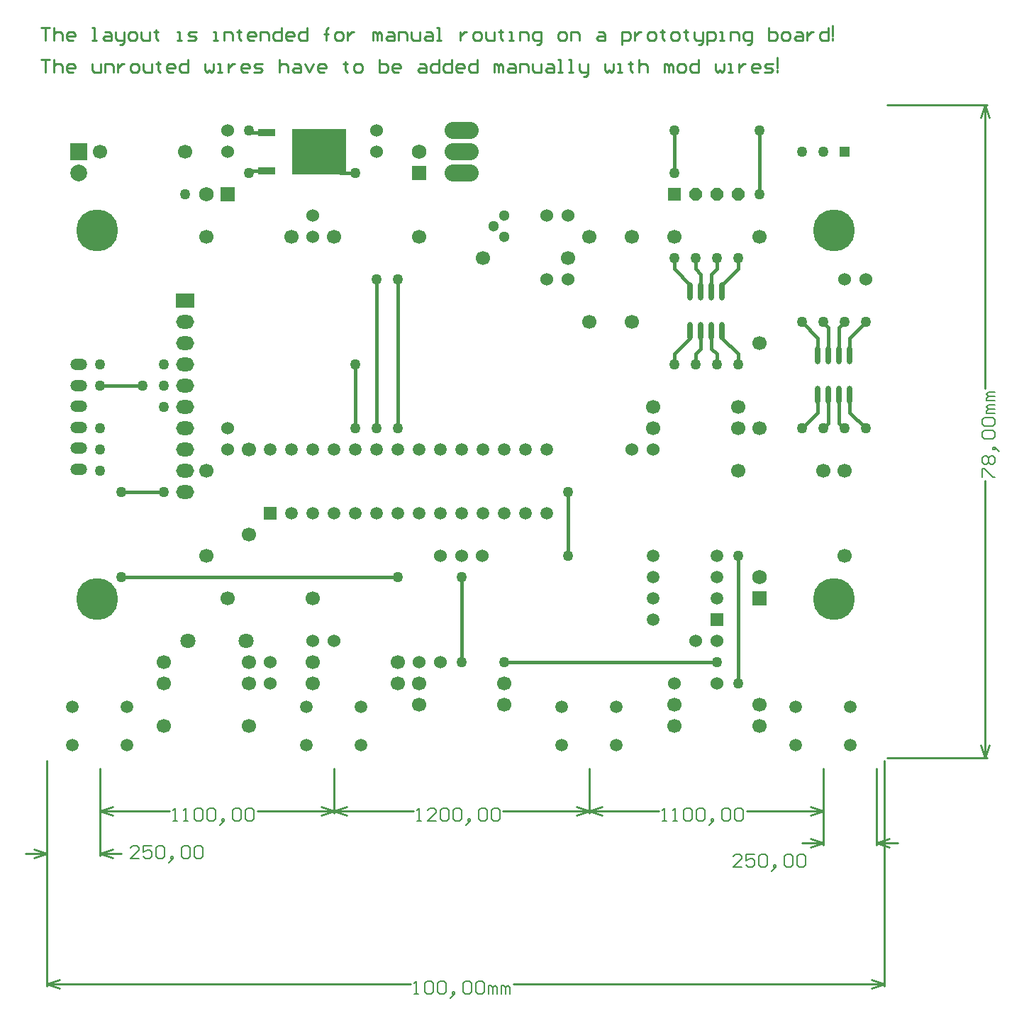
<source format=gtl>
G04 Layer_Physical_Order=1*
G04 Layer_Color=25308*
%FSLAX25Y25*%
%MOIN*%
G70*
G01*
G75*
%ADD10R,0.25590X0.21654*%
%ADD11R,0.08268X0.03740*%
%ADD12O,0.02362X0.08661*%
%ADD13C,0.01500*%
%ADD14C,0.01000*%
%ADD15C,0.00600*%
%ADD16R,0.07874X0.07874*%
%ADD17C,0.07874*%
%ADD18R,0.05906X0.05906*%
%ADD19C,0.05906*%
%ADD20C,0.06890*%
%ADD21R,0.06890X0.06890*%
%ADD22C,0.19685*%
%ADD23O,0.07874X0.05315*%
%ADD24O,0.08500X0.06500*%
%ADD25R,0.08500X0.06500*%
%ADD26C,0.06000*%
%ADD27C,0.06693*%
%ADD28C,0.07087*%
%ADD29R,0.05906X0.05906*%
%ADD30R,0.06890X0.06890*%
%ADD31O,0.16000X0.08000*%
%ADD32C,0.05118*%
%ADD33C,0.05000*%
%ADD34R,0.05000X0.05000*%
%ADD35R,0.06000X0.06000*%
%ADD36P,0.06494X8X22.5*%
D10*
X621772Y778701D02*
D03*
D11*
X596969Y769724D02*
D03*
X596969Y787677D02*
D03*
D12*
X796201Y694252D02*
D03*
X801201Y694252D02*
D03*
X806201Y694252D02*
D03*
X811201Y694252D02*
D03*
X796201Y713150D02*
D03*
X801201Y713150D02*
D03*
X806201Y713150D02*
D03*
X811201Y713150D02*
D03*
X856201Y664252D02*
D03*
X861201Y664252D02*
D03*
X866201Y664252D02*
D03*
X871201Y664252D02*
D03*
X856201Y683150D02*
D03*
X861201Y683150D02*
D03*
X866201Y683150D02*
D03*
X871201Y683150D02*
D03*
D13*
X638701Y648701D02*
X638701Y678701D01*
X848701Y648701D02*
X856201Y656201D01*
X856201Y664252D01*
X858701Y648701D02*
X861201Y651201D01*
X861201Y664252D01*
X866201Y651201D02*
X868701Y648701D01*
X866201Y651201D02*
X866201Y664252D01*
X871201Y656201D02*
X878701Y648701D01*
X871201Y656201D02*
X871201Y664252D01*
X848701Y698701D02*
X856201Y691201D01*
X856201Y683150D02*
X856201Y691201D01*
X858701Y698701D02*
X861201Y696201D01*
X861201Y683150D02*
X861201Y696201D01*
X866201Y696201D02*
X868701Y698701D01*
X866201Y683150D02*
X866201Y696201D01*
X871201Y691201D02*
X878701Y698701D01*
X871201Y683150D02*
X871201Y691201D01*
X818701Y723701D02*
X818701Y728701D01*
X811201Y716201D02*
X818701Y723701D01*
X808701Y723701D02*
X808701Y728701D01*
X806201Y721201D02*
X808701Y723701D01*
X798701Y723701D02*
X798701Y728701D01*
X798701Y723701D02*
X801201Y721201D01*
X788701Y723701D02*
X788701Y728701D01*
X788701Y723701D02*
X796201Y716201D01*
X818701Y678701D02*
X818701Y683701D01*
X811201Y691201D02*
X818701Y683701D01*
X808701Y678701D02*
X808701Y683701D01*
X806201Y686201D02*
X808701Y683701D01*
X798701Y678701D02*
X798701Y683701D01*
X801201Y686201D01*
X788701Y678701D02*
X788701Y683701D01*
X796201Y691201D01*
X796201Y694252D01*
X801201Y686201D02*
X801201Y694252D01*
X806201Y686201D02*
X806201Y694252D01*
X811201Y691201D02*
X811201Y694252D01*
X796201Y713150D02*
X796201Y716201D01*
X801201Y713150D02*
X801201Y721201D01*
X806201Y713150D02*
X806201Y721201D01*
X811201Y713150D02*
X811201Y716201D01*
X589724Y787677D02*
X596969Y787677D01*
X588701Y788701D02*
X589724Y787677D01*
X589724Y769724D02*
X596969Y769724D01*
X588701Y768701D02*
X589724Y769724D01*
X631772Y768701D02*
X638701Y768701D01*
X621772Y778701D02*
X631772Y768701D01*
X788701Y768701D02*
X788701Y788701D01*
X828701Y758701D02*
X828701Y788701D01*
X738701Y588701D02*
X738701Y618701D01*
X648701Y648701D02*
X648701Y718701D01*
X708701Y538701D02*
X808701Y538701D01*
X688701Y538701D02*
X688701Y578701D01*
X818701Y528701D02*
X818701Y588701D01*
X528701Y578701D02*
X658701Y578701D01*
X658701Y648701D02*
X658701Y718701D01*
X528701Y618701D02*
X548701Y618701D01*
X518701Y668701D02*
X538701Y668701D01*
D14*
X491201Y837199D02*
X495199Y837199D01*
X493200Y837199D01*
X493200Y831201D01*
X497199Y837199D02*
X497199Y831201D01*
X497199Y834200D01*
X498199Y835200D01*
X500198Y835200D01*
X501198Y834200D01*
X501198Y831201D01*
X506196Y831201D02*
X504197Y831201D01*
X503197Y832201D01*
X503197Y834200D01*
X504197Y835200D01*
X506196Y835200D01*
X507196Y834200D01*
X507196Y833200D01*
X503197Y833200D01*
X515193Y831201D02*
X517192Y831201D01*
X516193Y831201D01*
X516193Y837199D01*
X515193Y837199D01*
X521191Y835200D02*
X523190Y835200D01*
X524190Y834200D01*
X524190Y831201D01*
X521191Y831201D01*
X520191Y832201D01*
X521191Y833200D01*
X524190Y833200D01*
X526190Y835200D02*
X526190Y832201D01*
X527189Y831201D01*
X530188Y831201D01*
X530188Y830201D01*
X529188Y829201D01*
X528189Y829201D01*
X530188Y831201D02*
X530188Y835200D01*
X533187Y831201D02*
X535187Y831201D01*
X536186Y832201D01*
X536186Y834200D01*
X535187Y835200D01*
X533187Y835200D01*
X532188Y834200D01*
X532188Y832201D01*
X533187Y831201D01*
X538186Y835200D02*
X538186Y832201D01*
X539185Y831201D01*
X542184Y831201D01*
X542184Y835200D01*
X545183Y836199D02*
X545183Y835200D01*
X544184Y835200D01*
X546183Y835200D01*
X545183Y835200D01*
X545183Y832201D01*
X546183Y831201D01*
X555180Y831201D02*
X557179Y831201D01*
X556180Y831201D01*
X556180Y835200D01*
X555180Y835200D01*
X560179Y831201D02*
X563177Y831201D01*
X564177Y832201D01*
X563177Y833200D01*
X561178Y833200D01*
X560179Y834200D01*
X561178Y835200D01*
X564177Y835200D01*
X572175Y831201D02*
X574174Y831201D01*
X573174Y831201D01*
X573174Y835200D01*
X572175Y835200D01*
X577173Y831201D02*
X577173Y835200D01*
X580172Y835200D01*
X581172Y834200D01*
X581172Y831201D01*
X584171Y836199D02*
X584171Y835200D01*
X583171Y835200D01*
X585170Y835200D01*
X584171Y835200D01*
X584171Y832201D01*
X585170Y831201D01*
X591168Y831201D02*
X589169Y831201D01*
X588169Y832201D01*
X588169Y834200D01*
X589169Y835200D01*
X591168Y835200D01*
X592168Y834200D01*
X592168Y833200D01*
X588169Y833200D01*
X594168Y831201D02*
X594168Y835200D01*
X597166Y835200D01*
X598166Y834200D01*
X598166Y831201D01*
X604164Y837199D02*
X604164Y831201D01*
X601165Y831201D01*
X600166Y832201D01*
X600166Y834200D01*
X601165Y835200D01*
X604164Y835200D01*
X609163Y831201D02*
X607163Y831201D01*
X606164Y832201D01*
X606164Y834200D01*
X607163Y835200D01*
X609163Y835200D01*
X610162Y834200D01*
X610162Y833200D01*
X606164Y833200D01*
X616160Y837199D02*
X616160Y831201D01*
X613161Y831201D01*
X612162Y832201D01*
X612162Y834200D01*
X613161Y835200D01*
X616160Y835200D01*
X625157Y831201D02*
X625157Y836199D01*
X625157Y834200D01*
X624158Y834200D01*
X626157Y834200D01*
X625157Y834200D01*
X625157Y836199D01*
X626157Y837199D01*
X630156Y831201D02*
X632155Y831201D01*
X633155Y832201D01*
X633155Y834200D01*
X632155Y835200D01*
X630156Y835200D01*
X629156Y834200D01*
X629156Y832201D01*
X630156Y831201D01*
X635154Y835200D02*
X635154Y831201D01*
X635154Y833200D01*
X636154Y834200D01*
X637154Y835200D01*
X638153Y835200D01*
X647150Y831201D02*
X647150Y835200D01*
X648150Y835200D01*
X649150Y834200D01*
X649150Y831201D01*
X649150Y834200D01*
X650149Y835200D01*
X651149Y834200D01*
X651149Y831201D01*
X654148Y835200D02*
X656147Y835200D01*
X657147Y834200D01*
X657147Y831201D01*
X654148Y831201D01*
X653148Y832201D01*
X654148Y833200D01*
X657147Y833200D01*
X659146Y831201D02*
X659146Y835200D01*
X662146Y835200D01*
X663145Y834200D01*
X663145Y831201D01*
X665144Y835200D02*
X665144Y832201D01*
X666144Y831201D01*
X669143Y831201D01*
X669143Y835200D01*
X672142Y835200D02*
X674142Y835200D01*
X675141Y834200D01*
X675141Y831201D01*
X672142Y831201D01*
X671143Y832201D01*
X672142Y833200D01*
X675141Y833200D01*
X677141Y831201D02*
X679140Y831201D01*
X678140Y831201D01*
X678140Y837199D01*
X677141Y837199D01*
X688137Y835200D02*
X688137Y831201D01*
X688137Y833200D01*
X689137Y834200D01*
X690136Y835200D01*
X691136Y835200D01*
X695135Y831201D02*
X697134Y831201D01*
X698134Y832201D01*
X698134Y834200D01*
X697134Y835200D01*
X695135Y835200D01*
X694135Y834200D01*
X694135Y832201D01*
X695135Y831201D01*
X700133Y835200D02*
X700133Y832201D01*
X701133Y831201D01*
X704132Y831201D01*
X704132Y835200D01*
X707131Y836199D02*
X707131Y835200D01*
X706131Y835200D01*
X708131Y835200D01*
X707131Y835200D01*
X707131Y832201D01*
X708131Y831201D01*
X711130Y831201D02*
X713129Y831201D01*
X712129Y831201D01*
X712129Y835200D01*
X711130Y835200D01*
X716128Y831201D02*
X716128Y835200D01*
X719127Y835200D01*
X720127Y834200D01*
X720127Y831201D01*
X724125Y829201D02*
X725125Y829201D01*
X726125Y830201D01*
X726125Y835200D01*
X723126Y835200D01*
X722126Y834200D01*
X722126Y832201D01*
X723126Y831201D01*
X726125Y831201D01*
X735122Y831201D02*
X737121Y831201D01*
X738121Y832201D01*
X738121Y834200D01*
X737121Y835200D01*
X735122Y835200D01*
X734122Y834200D01*
X734122Y832201D01*
X735122Y831201D01*
X740120Y831201D02*
X740120Y835200D01*
X743119Y835200D01*
X744119Y834200D01*
X744119Y831201D01*
X753116Y835200D02*
X755115Y835200D01*
X756115Y834200D01*
X756115Y831201D01*
X753116Y831201D01*
X752116Y832201D01*
X753116Y833200D01*
X756115Y833200D01*
X764113Y829201D02*
X764113Y835200D01*
X767111Y835200D01*
X768111Y834200D01*
X768111Y832201D01*
X767111Y831201D01*
X764113Y831201D01*
X770111Y835200D02*
X770111Y831201D01*
X770111Y833200D01*
X771110Y834200D01*
X772110Y835200D01*
X773110Y835200D01*
X777108Y831201D02*
X779108Y831201D01*
X780107Y832201D01*
X780107Y834200D01*
X779108Y835200D01*
X777108Y835200D01*
X776109Y834200D01*
X776109Y832201D01*
X777108Y831201D01*
X783106Y836199D02*
X783106Y835200D01*
X782107Y835200D01*
X784106Y835200D01*
X783106Y835200D01*
X783106Y832201D01*
X784106Y831201D01*
X788105Y831201D02*
X790104Y831201D01*
X791104Y832201D01*
X791104Y834200D01*
X790104Y835200D01*
X788105Y835200D01*
X787105Y834200D01*
X787105Y832201D01*
X788105Y831201D01*
X794103Y836199D02*
X794103Y835200D01*
X793103Y835200D01*
X795103Y835200D01*
X794103Y835200D01*
X794103Y832201D01*
X795103Y831201D01*
X798102Y835200D02*
X798102Y832201D01*
X799101Y831201D01*
X802100Y831201D01*
X802100Y830201D01*
X801101Y829201D01*
X800101Y829201D01*
X802100Y831201D02*
X802100Y835200D01*
X804099Y829201D02*
X804099Y835200D01*
X807099Y835200D01*
X808098Y834200D01*
X808098Y832201D01*
X807099Y831201D01*
X804099Y831201D01*
X810098Y831201D02*
X812097Y831201D01*
X811097Y831201D01*
X811097Y835200D01*
X810098Y835200D01*
X815096Y831201D02*
X815096Y835200D01*
X818095Y835200D01*
X819095Y834200D01*
X819095Y831201D01*
X823093Y829201D02*
X824093Y829201D01*
X825093Y830201D01*
X825093Y835200D01*
X822094Y835200D01*
X821094Y834200D01*
X821094Y832201D01*
X822094Y831201D01*
X825093Y831201D01*
X833090Y837199D02*
X833090Y831201D01*
X836089Y831201D01*
X837089Y832201D01*
X837089Y833200D01*
X837089Y834200D01*
X836089Y835200D01*
X833090Y835200D01*
X840088Y831201D02*
X842087Y831201D01*
X843087Y832201D01*
X843087Y834200D01*
X842087Y835200D01*
X840088Y835200D01*
X839088Y834200D01*
X839088Y832201D01*
X840088Y831201D01*
X846086Y835200D02*
X848085Y835200D01*
X849085Y834200D01*
X849085Y831201D01*
X846086Y831201D01*
X845086Y832201D01*
X846086Y833200D01*
X849085Y833200D01*
X851084Y835200D02*
X851084Y831201D01*
X851084Y833200D01*
X852084Y834200D01*
X853084Y835200D01*
X854083Y835200D01*
X861081Y837199D02*
X861081Y831201D01*
X858082Y831201D01*
X857082Y832201D01*
X857082Y834200D01*
X858082Y835200D01*
X861081Y835200D01*
X863081Y833200D02*
X863081Y838198D01*
X863081Y832201D02*
X863081Y831201D01*
X491201Y822199D02*
X495199Y822199D01*
X493200Y822199D01*
X493200Y816201D01*
X497199Y822199D02*
X497199Y816201D01*
X497199Y819200D01*
X498199Y820199D01*
X500198Y820199D01*
X501198Y819200D01*
X501198Y816201D01*
X506196Y816201D02*
X504197Y816201D01*
X503197Y817200D01*
X503197Y819200D01*
X504197Y820199D01*
X506196Y820199D01*
X507196Y819200D01*
X507196Y818200D01*
X503197Y818200D01*
X515193Y820199D02*
X515193Y817200D01*
X516193Y816201D01*
X519192Y816201D01*
X519192Y820199D01*
X521191Y816201D02*
X521191Y820199D01*
X524190Y820199D01*
X525190Y819200D01*
X525190Y816201D01*
X527189Y820199D02*
X527189Y816201D01*
X527189Y818200D01*
X528189Y819200D01*
X529188Y820199D01*
X530188Y820199D01*
X534187Y816201D02*
X536186Y816201D01*
X537186Y817200D01*
X537186Y819200D01*
X536186Y820199D01*
X534187Y820199D01*
X533187Y819200D01*
X533187Y817200D01*
X534187Y816201D01*
X539185Y820199D02*
X539185Y817200D01*
X540185Y816201D01*
X543184Y816201D01*
X543184Y820199D01*
X546183Y821199D02*
X546183Y820199D01*
X545183Y820199D01*
X547183Y820199D01*
X546183Y820199D01*
X546183Y817200D01*
X547183Y816201D01*
X553181Y816201D02*
X551181Y816201D01*
X550182Y817200D01*
X550182Y819200D01*
X551181Y820199D01*
X553181Y820199D01*
X554180Y819200D01*
X554180Y818200D01*
X550182Y818200D01*
X560179Y822199D02*
X560179Y816201D01*
X557179Y816201D01*
X556180Y817200D01*
X556180Y819200D01*
X557179Y820199D01*
X560179Y820199D01*
X568176Y820199D02*
X568176Y817200D01*
X569176Y816201D01*
X570175Y817200D01*
X571175Y816201D01*
X572175Y817200D01*
X572175Y820199D01*
X574174Y816201D02*
X576173Y816201D01*
X575174Y816201D01*
X575174Y820199D01*
X574174Y820199D01*
X579172Y820199D02*
X579172Y816201D01*
X579172Y818200D01*
X580172Y819200D01*
X581172Y820199D01*
X582171Y820199D01*
X588169Y816201D02*
X586170Y816201D01*
X585170Y817200D01*
X585170Y819200D01*
X586170Y820199D01*
X588169Y820199D01*
X589169Y819200D01*
X589169Y818200D01*
X585170Y818200D01*
X591168Y816201D02*
X594168Y816201D01*
X595167Y817200D01*
X594168Y818200D01*
X592168Y818200D01*
X591168Y819200D01*
X592168Y820199D01*
X595167Y820199D01*
X603165Y822199D02*
X603165Y816201D01*
X603165Y819200D01*
X604164Y820199D01*
X606164Y820199D01*
X607163Y819200D01*
X607163Y816201D01*
X610162Y820199D02*
X612162Y820199D01*
X613161Y819200D01*
X613161Y816201D01*
X610162Y816201D01*
X609163Y817200D01*
X610162Y818200D01*
X613161Y818200D01*
X615161Y820199D02*
X617160Y816201D01*
X619159Y820199D01*
X624158Y816201D02*
X622158Y816201D01*
X621159Y817200D01*
X621159Y819200D01*
X622158Y820199D01*
X624158Y820199D01*
X625157Y819200D01*
X625157Y818200D01*
X621159Y818200D01*
X634155Y821199D02*
X634155Y820199D01*
X633155Y820199D01*
X635154Y820199D01*
X634155Y820199D01*
X634155Y817200D01*
X635154Y816201D01*
X639153Y816201D02*
X641152Y816201D01*
X642152Y817200D01*
X642152Y819200D01*
X641152Y820199D01*
X639153Y820199D01*
X638153Y819200D01*
X638153Y817200D01*
X639153Y816201D01*
X650149Y822199D02*
X650149Y816201D01*
X653148Y816201D01*
X654148Y817200D01*
X654148Y818200D01*
X654148Y819200D01*
X653148Y820199D01*
X650149Y820199D01*
X659146Y816201D02*
X657147Y816201D01*
X656147Y817200D01*
X656147Y819200D01*
X657147Y820199D01*
X659146Y820199D01*
X660146Y819200D01*
X660146Y818200D01*
X656147Y818200D01*
X669143Y820199D02*
X671143Y820199D01*
X672142Y819200D01*
X672142Y816201D01*
X669143Y816201D01*
X668144Y817200D01*
X669143Y818200D01*
X672142Y818200D01*
X678140Y822199D02*
X678140Y816201D01*
X675141Y816201D01*
X674142Y817200D01*
X674142Y819200D01*
X675141Y820199D01*
X678140Y820199D01*
X684138Y822199D02*
X684138Y816201D01*
X681139Y816201D01*
X680140Y817200D01*
X680140Y819200D01*
X681139Y820199D01*
X684138Y820199D01*
X689137Y816201D02*
X687137Y816201D01*
X686138Y817200D01*
X686138Y819200D01*
X687137Y820199D01*
X689137Y820199D01*
X690136Y819200D01*
X690136Y818200D01*
X686138Y818200D01*
X696135Y822199D02*
X696135Y816201D01*
X693135Y816201D01*
X692136Y817200D01*
X692136Y819200D01*
X693135Y820199D01*
X696135Y820199D01*
X704132Y816201D02*
X704132Y820199D01*
X705132Y820199D01*
X706131Y819200D01*
X706131Y816201D01*
X706131Y819200D01*
X707131Y820199D01*
X708131Y819200D01*
X708131Y816201D01*
X711130Y820199D02*
X713129Y820199D01*
X714129Y819200D01*
X714129Y816201D01*
X711130Y816201D01*
X710130Y817200D01*
X711130Y818200D01*
X714129Y818200D01*
X716128Y816201D02*
X716128Y820199D01*
X719127Y820199D01*
X720127Y819200D01*
X720127Y816201D01*
X722126Y820199D02*
X722126Y817200D01*
X723126Y816201D01*
X726125Y816201D01*
X726125Y820199D01*
X729124Y820199D02*
X731123Y820199D01*
X732123Y819200D01*
X732123Y816201D01*
X729124Y816201D01*
X728124Y817200D01*
X729124Y818200D01*
X732123Y818200D01*
X734122Y816201D02*
X736122Y816201D01*
X735122Y816201D01*
X735122Y822199D01*
X734122Y822199D01*
X739121Y816201D02*
X741120Y816201D01*
X740120Y816201D01*
X740120Y822199D01*
X739121Y822199D01*
X744119Y820199D02*
X744119Y817200D01*
X745119Y816201D01*
X748118Y816201D01*
X748118Y815201D01*
X747118Y814201D01*
X746118Y814201D01*
X748118Y816201D02*
X748118Y820199D01*
X756115Y820199D02*
X756115Y817200D01*
X757115Y816201D01*
X758114Y817200D01*
X759114Y816201D01*
X760114Y817200D01*
X760114Y820199D01*
X762113Y816201D02*
X764113Y816201D01*
X763113Y816201D01*
X763113Y820199D01*
X762113Y820199D01*
X768111Y821199D02*
X768111Y820199D01*
X767111Y820199D01*
X769111Y820199D01*
X768111Y820199D01*
X768111Y817200D01*
X769111Y816201D01*
X772110Y822199D02*
X772110Y816201D01*
X772110Y819200D01*
X773110Y820199D01*
X775109Y820199D01*
X776109Y819200D01*
X776109Y816201D01*
X784106Y816201D02*
X784106Y820199D01*
X785106Y820199D01*
X786105Y819200D01*
X786105Y816201D01*
X786105Y819200D01*
X787105Y820199D01*
X788105Y819200D01*
X788105Y816201D01*
X791104Y816201D02*
X793103Y816201D01*
X794103Y817200D01*
X794103Y819200D01*
X793103Y820199D01*
X791104Y820199D01*
X790104Y819200D01*
X790104Y817200D01*
X791104Y816201D01*
X800101Y822199D02*
X800101Y816201D01*
X797102Y816201D01*
X796102Y817200D01*
X796102Y819200D01*
X797102Y820199D01*
X800101Y820199D01*
X808098Y820199D02*
X808098Y817200D01*
X809098Y816201D01*
X810098Y817200D01*
X811097Y816201D01*
X812097Y817200D01*
X812097Y820199D01*
X814096Y816201D02*
X816096Y816201D01*
X815096Y816201D01*
X815096Y820199D01*
X814096Y820199D01*
X819095Y820199D02*
X819095Y816201D01*
X819095Y818200D01*
X820094Y819200D01*
X821094Y820199D01*
X822094Y820199D01*
X828092Y816201D02*
X826092Y816201D01*
X825093Y817200D01*
X825093Y819200D01*
X826092Y820199D01*
X828092Y820199D01*
X829091Y819200D01*
X829091Y818200D01*
X825093Y818200D01*
X831091Y816201D02*
X834090Y816201D01*
X835089Y817200D01*
X834090Y818200D01*
X832090Y818200D01*
X831091Y819200D01*
X832090Y820199D01*
X835089Y820199D01*
X837089Y818200D02*
X837089Y823199D01*
X837089Y817200D02*
X837089Y816201D01*
X628701Y467701D02*
X628701Y488701D01*
X518701Y467701D02*
X518701Y488701D01*
X592695Y468701D02*
X628701Y468701D01*
X518701Y468701D02*
X551507Y468701D01*
X622701Y470701D02*
X628701Y468701D01*
X622701Y466701D02*
X628701Y468701D01*
X518701Y468701D02*
X524701Y466701D01*
X518701Y468701D02*
X524701Y470701D01*
X748701Y467701D02*
X748701Y488701D01*
X628701Y467701D02*
X628701Y488701D01*
X708194Y468701D02*
X748701Y468701D01*
X628701Y468701D02*
X666007Y468701D01*
X742701Y470701D02*
X748701Y468701D01*
X742701Y466701D02*
X748701Y468701D01*
X628701Y468701D02*
X634701Y466701D01*
X628701Y468701D02*
X634701Y470701D01*
X858701Y467701D02*
X858701Y488701D01*
X748701Y467701D02*
X748701Y488701D01*
X822695Y468701D02*
X858701Y468701D01*
X748701Y468701D02*
X781507Y468701D01*
X852701Y470701D02*
X858701Y468701D01*
X852701Y466701D02*
X858701Y468701D01*
X748701Y468701D02*
X754701Y466701D01*
X748701Y468701D02*
X754701Y470701D01*
X518701Y447701D02*
X518701Y488701D01*
X493701Y447701D02*
X493701Y488701D01*
X483701Y448701D02*
X493701Y448701D01*
X518701Y448701D02*
X528701Y448701D01*
X487701Y450701D02*
X493701Y448701D01*
X487701Y446701D02*
X493701Y448701D01*
X518701Y448701D02*
X524701Y446701D01*
X518701Y448701D02*
X524701Y450701D01*
X858701Y452701D02*
X858701Y488701D01*
X883701Y452701D02*
X883701Y488701D01*
X883701Y453701D02*
X893701Y453701D01*
X848701Y453701D02*
X858701Y453701D01*
X883701Y453701D02*
X889701Y451701D01*
X883701Y453701D02*
X889701Y455701D01*
X852701Y455701D02*
X858701Y453701D01*
X852701Y451701D02*
X858701Y453701D01*
X887402Y386402D02*
X887402Y492307D01*
X493701Y386402D02*
X493701Y492307D01*
X713044Y387402D02*
X887402Y387402D01*
X493701Y387402D02*
X664858Y387402D01*
X881402Y389402D02*
X887402Y387402D01*
X881402Y385402D02*
X887402Y387402D01*
X493701Y387402D02*
X499701Y385402D01*
X493701Y387402D02*
X499701Y389402D01*
X888795Y800787D02*
X935646Y800787D01*
X888795Y493701D02*
X935646Y493701D01*
X934646Y667238D02*
X934646Y800787D01*
X934646Y493701D02*
X934646Y624051D01*
X932646Y794787D02*
X934646Y800787D01*
X936646Y794787D01*
X934646Y493701D02*
X936646Y499701D01*
X932646Y499701D02*
X934646Y493701D01*
D15*
X553107Y464102D02*
X555106Y464102D01*
X554107Y464102D01*
X554107Y470100D01*
X553107Y469101D01*
X558105Y464102D02*
X560105Y464102D01*
X559105Y464102D01*
X559105Y470100D01*
X558105Y469101D01*
X563104Y469101D02*
X564103Y470100D01*
X566103Y470100D01*
X567102Y469101D01*
X567102Y465102D01*
X566103Y464102D01*
X564103Y464102D01*
X563104Y465102D01*
X563104Y469101D01*
X569102Y469101D02*
X570101Y470100D01*
X572101Y470100D01*
X573101Y469101D01*
X573101Y465102D01*
X572101Y464102D01*
X570101Y464102D01*
X569102Y465102D01*
X569102Y469101D01*
X576099Y463102D02*
X577099Y464102D01*
X577099Y465102D01*
X576099Y465102D01*
X576099Y464102D01*
X577099Y464102D01*
X576099Y463102D01*
X575100Y462103D01*
X581098Y469101D02*
X582097Y470100D01*
X584097Y470100D01*
X585097Y469101D01*
X585097Y465102D01*
X584097Y464102D01*
X582097Y464102D01*
X581098Y465102D01*
X581098Y469101D01*
X587096Y469101D02*
X588096Y470100D01*
X590095Y470100D01*
X591095Y469101D01*
X591095Y465102D01*
X590095Y464102D01*
X588096Y464102D01*
X587096Y465102D01*
X587096Y469101D01*
X667607Y464102D02*
X669606Y464102D01*
X668607Y464102D01*
X668607Y470100D01*
X667607Y469101D01*
X676604Y464102D02*
X672606Y464102D01*
X676604Y468101D01*
X676604Y469101D01*
X675604Y470100D01*
X673605Y470100D01*
X672606Y469101D01*
X678604Y469101D02*
X679603Y470100D01*
X681603Y470100D01*
X682602Y469101D01*
X682602Y465102D01*
X681603Y464102D01*
X679603Y464102D01*
X678604Y465102D01*
X678604Y469101D01*
X684602Y469101D02*
X685601Y470100D01*
X687601Y470100D01*
X688600Y469101D01*
X688600Y465102D01*
X687601Y464102D01*
X685601Y464102D01*
X684602Y465102D01*
X684602Y469101D01*
X691599Y463102D02*
X692599Y464102D01*
X692599Y465102D01*
X691599Y465102D01*
X691599Y464102D01*
X692599Y464102D01*
X691599Y463102D01*
X690600Y462103D01*
X696598Y469101D02*
X697597Y470100D01*
X699597Y470100D01*
X700596Y469101D01*
X700596Y465102D01*
X699597Y464102D01*
X697597Y464102D01*
X696598Y465102D01*
X696598Y469101D01*
X702596Y469101D02*
X703595Y470100D01*
X705595Y470100D01*
X706595Y469101D01*
X706595Y465102D01*
X705595Y464102D01*
X703595Y464102D01*
X702596Y465102D01*
X702596Y469101D01*
X783107Y464102D02*
X785106Y464102D01*
X784107Y464102D01*
X784107Y470100D01*
X783107Y469101D01*
X788105Y464102D02*
X790105Y464102D01*
X789105Y464102D01*
X789105Y470100D01*
X788105Y469101D01*
X793104Y469101D02*
X794103Y470100D01*
X796103Y470100D01*
X797102Y469101D01*
X797102Y465102D01*
X796103Y464102D01*
X794103Y464102D01*
X793104Y465102D01*
X793104Y469101D01*
X799102Y469101D02*
X800101Y470100D01*
X802101Y470100D01*
X803100Y469101D01*
X803100Y465102D01*
X802101Y464102D01*
X800101Y464102D01*
X799102Y465102D01*
X799102Y469101D01*
X806100Y463102D02*
X807099Y464102D01*
X807099Y465102D01*
X806100Y465102D01*
X806100Y464102D01*
X807099Y464102D01*
X806100Y463102D01*
X805100Y462103D01*
X811098Y469101D02*
X812097Y470100D01*
X814097Y470100D01*
X815097Y469101D01*
X815097Y465102D01*
X814097Y464102D01*
X812097Y464102D01*
X811098Y465102D01*
X811098Y469101D01*
X817096Y469101D02*
X818096Y470100D01*
X820095Y470100D01*
X821095Y469101D01*
X821095Y465102D01*
X820095Y464102D01*
X818096Y464102D01*
X817096Y465102D01*
X817096Y469101D01*
X537070Y446457D02*
X533071Y446457D01*
X537070Y450455D01*
X537070Y451455D01*
X536070Y452455D01*
X534071Y452455D01*
X533071Y451455D01*
X543068Y452455D02*
X539069Y452455D01*
X539069Y449456D01*
X541068Y450455D01*
X542068Y450455D01*
X543068Y449456D01*
X543068Y447456D01*
X542068Y446457D01*
X540069Y446457D01*
X539069Y447456D01*
X545067Y451455D02*
X546067Y452455D01*
X548066Y452455D01*
X549066Y451455D01*
X549066Y447456D01*
X548066Y446457D01*
X546067Y446457D01*
X545067Y447456D01*
X545067Y451455D01*
X552065Y445457D02*
X553064Y446457D01*
X553064Y447456D01*
X552065Y447456D01*
X552065Y446457D01*
X553064Y446457D01*
X552065Y445457D01*
X551065Y444457D01*
X557063Y451455D02*
X558063Y452455D01*
X560062Y452455D01*
X561062Y451455D01*
X561062Y447456D01*
X560062Y446457D01*
X558063Y446457D01*
X557063Y447456D01*
X557063Y451455D01*
X563061Y451455D02*
X564061Y452455D01*
X566060Y452455D01*
X567060Y451455D01*
X567060Y447456D01*
X566060Y446457D01*
X564061Y446457D01*
X563061Y447456D01*
X563061Y451455D01*
X820534Y442520D02*
X816535Y442520D01*
X820534Y446518D01*
X820534Y447518D01*
X819534Y448518D01*
X817535Y448518D01*
X816535Y447518D01*
X826532Y448518D02*
X822534Y448518D01*
X822534Y445519D01*
X824533Y446518D01*
X825533Y446518D01*
X826532Y445519D01*
X826532Y443519D01*
X825533Y442520D01*
X823533Y442520D01*
X822534Y443519D01*
X828532Y447518D02*
X829531Y448518D01*
X831531Y448518D01*
X832530Y447518D01*
X832530Y443519D01*
X831531Y442520D01*
X829531Y442520D01*
X828532Y443519D01*
X828532Y447518D01*
X835529Y441520D02*
X836529Y442520D01*
X836529Y443519D01*
X835529Y443519D01*
X835529Y442520D01*
X836529Y442520D01*
X835529Y441520D01*
X834530Y440520D01*
X840528Y447518D02*
X841527Y448518D01*
X843527Y448518D01*
X844526Y447518D01*
X844526Y443519D01*
X843527Y442520D01*
X841527Y442520D01*
X840528Y443519D01*
X840528Y447518D01*
X846526Y447518D02*
X847525Y448518D01*
X849525Y448518D01*
X850525Y447518D01*
X850525Y443519D01*
X849525Y442520D01*
X847525Y442520D01*
X846526Y443519D01*
X846526Y447518D01*
X666459Y382803D02*
X668458Y382803D01*
X667458Y382803D01*
X667458Y388801D01*
X666459Y387801D01*
X671457Y387801D02*
X672457Y388801D01*
X674456Y388801D01*
X675456Y387801D01*
X675456Y383803D01*
X674456Y382803D01*
X672457Y382803D01*
X671457Y383803D01*
X671457Y387801D01*
X677455Y387801D02*
X678455Y388801D01*
X680454Y388801D01*
X681454Y387801D01*
X681454Y383803D01*
X680454Y382803D01*
X678455Y382803D01*
X677455Y383803D01*
X677455Y387801D01*
X684453Y381803D02*
X685452Y382803D01*
X685452Y383803D01*
X684453Y383803D01*
X684453Y382803D01*
X685452Y382803D01*
X684453Y381803D01*
X683453Y380803D01*
X689451Y387801D02*
X690451Y388801D01*
X692450Y388801D01*
X693450Y387801D01*
X693450Y383803D01*
X692450Y382803D01*
X690451Y382803D01*
X689451Y383803D01*
X689451Y387801D01*
X695449Y387801D02*
X696449Y388801D01*
X698448Y388801D01*
X699448Y387801D01*
X699448Y383803D01*
X698448Y382803D01*
X696449Y382803D01*
X695449Y383803D01*
X695449Y387801D01*
X701447Y382803D02*
X701447Y386802D01*
X702447Y386802D01*
X703446Y385802D01*
X703446Y382803D01*
X703446Y385802D01*
X704446Y386802D01*
X705446Y385802D01*
X705446Y382803D01*
X707445Y382803D02*
X707445Y386802D01*
X708445Y386802D01*
X709445Y385802D01*
X709445Y382803D01*
X709445Y385802D01*
X710444Y386802D01*
X711444Y385802D01*
X711444Y382803D01*
X933246Y625651D02*
X933246Y629649D01*
X934246Y629649D01*
X938245Y625651D01*
X939244Y625651D01*
X934246Y631649D02*
X933246Y632648D01*
X933246Y634648D01*
X934246Y635647D01*
X935246Y635647D01*
X936245Y634648D01*
X937245Y635647D01*
X938245Y635647D01*
X939244Y634648D01*
X939244Y632648D01*
X938245Y631649D01*
X937245Y631649D01*
X936245Y632648D01*
X935246Y631649D01*
X934246Y631649D01*
X936245Y632648D02*
X936245Y634648D01*
X940244Y638646D02*
X939244Y639646D01*
X938245Y639646D01*
X938245Y638646D01*
X939244Y638646D01*
X939244Y639646D01*
X940244Y638646D01*
X941244Y637647D01*
X934246Y643645D02*
X933246Y644644D01*
X933246Y646644D01*
X934246Y647644D01*
X938245Y647644D01*
X939244Y646644D01*
X939244Y644644D01*
X938245Y643645D01*
X934246Y643645D01*
X934246Y649643D02*
X933246Y650642D01*
X933246Y652642D01*
X934246Y653642D01*
X938245Y653642D01*
X939244Y652642D01*
X939244Y650642D01*
X938245Y649643D01*
X934246Y649643D01*
X939244Y655641D02*
X935246Y655641D01*
X935246Y656640D01*
X936245Y657640D01*
X939244Y657640D01*
X936245Y657640D01*
X935246Y658640D01*
X936245Y659640D01*
X939244Y659640D01*
X939244Y661639D02*
X935246Y661639D01*
X935246Y662639D01*
X936245Y663638D01*
X939244Y663638D01*
X936245Y663638D01*
X935246Y664638D01*
X936245Y665638D01*
X939244Y665638D01*
D16*
X508701Y778701D02*
D03*
D17*
X508701Y768701D02*
D03*
D18*
X808701Y558701D02*
D03*
D19*
X808701Y568701D02*
D03*
X808701Y578701D02*
D03*
X808701Y588701D02*
D03*
X778701Y558701D02*
D03*
X778701Y568701D02*
D03*
X778701Y578701D02*
D03*
X778701Y588701D02*
D03*
X531496Y499843D02*
D03*
X531496Y517559D02*
D03*
X505905Y499843D02*
D03*
X505905Y517559D02*
D03*
X615906Y517559D02*
D03*
X615906Y499843D02*
D03*
X641496Y517559D02*
D03*
X641496Y499843D02*
D03*
X608701Y608701D02*
D03*
X618701Y608701D02*
D03*
X628701Y608701D02*
D03*
X638701Y608701D02*
D03*
X648701Y608701D02*
D03*
X658701Y608701D02*
D03*
X668701Y608701D02*
D03*
X678701Y608701D02*
D03*
X688701Y608701D02*
D03*
X698701Y608701D02*
D03*
X708701Y608701D02*
D03*
X718701Y608701D02*
D03*
X728701Y608701D02*
D03*
X598701Y638701D02*
D03*
X608701Y638701D02*
D03*
X618701Y638701D02*
D03*
X628701Y638701D02*
D03*
X638701Y638701D02*
D03*
X648701Y638701D02*
D03*
X658701Y638701D02*
D03*
X668701Y638701D02*
D03*
X678701Y638701D02*
D03*
X688701Y638701D02*
D03*
X698701Y638701D02*
D03*
X708701Y638701D02*
D03*
X718701Y638701D02*
D03*
X728701Y638701D02*
D03*
X845905Y517559D02*
D03*
X845905Y499843D02*
D03*
X871496Y517559D02*
D03*
X871496Y499843D02*
D03*
X735906Y517559D02*
D03*
X735906Y499843D02*
D03*
X761496Y517559D02*
D03*
X761496Y499843D02*
D03*
D20*
X668701Y778622D02*
D03*
X568780Y758701D02*
D03*
X828701Y578622D02*
D03*
D21*
X668701Y768780D02*
D03*
X828701Y568780D02*
D03*
D22*
X517323Y568504D02*
D03*
X517323Y741732D02*
D03*
X863780Y568504D02*
D03*
X863780Y741732D02*
D03*
D23*
X508701Y678701D02*
D03*
X508701Y668858D02*
D03*
X508701Y659016D02*
D03*
X508701Y649173D02*
D03*
X508701Y639331D02*
D03*
X508701Y629488D02*
D03*
D24*
X558701Y618701D02*
D03*
X558701Y628701D02*
D03*
X558701Y638701D02*
D03*
X558701Y648701D02*
D03*
X558701Y658701D02*
D03*
X558701Y668701D02*
D03*
X558701Y678701D02*
D03*
X558701Y688701D02*
D03*
X558701Y698701D02*
D03*
D25*
X558701Y708701D02*
D03*
D26*
X688701Y588701D02*
D03*
X678858Y588701D02*
D03*
X698543Y588701D02*
D03*
X598701Y528701D02*
D03*
X598701Y538701D02*
D03*
X628701Y548701D02*
D03*
X618701Y548701D02*
D03*
X578701Y638701D02*
D03*
X578701Y648701D02*
D03*
X618701Y738701D02*
D03*
X618701Y748701D02*
D03*
X578701Y788701D02*
D03*
X578701Y778701D02*
D03*
X648701Y788701D02*
D03*
X648701Y778701D02*
D03*
X738701Y718701D02*
D03*
X728701Y718701D02*
D03*
X738701Y748701D02*
D03*
X728701Y748701D02*
D03*
X868701Y718701D02*
D03*
X878701Y718701D02*
D03*
X768701Y638701D02*
D03*
X778701Y638701D02*
D03*
X808701Y548701D02*
D03*
X798701Y548701D02*
D03*
X788701Y528701D02*
D03*
X808701Y528701D02*
D03*
X668701Y538701D02*
D03*
X678701Y538701D02*
D03*
D27*
X588701Y508701D02*
D03*
X548701Y508701D02*
D03*
X548701Y528701D02*
D03*
X588701Y528701D02*
D03*
X588701Y538701D02*
D03*
X548701Y538701D02*
D03*
X578701Y568701D02*
D03*
X618701Y568701D02*
D03*
X658701Y528701D02*
D03*
X618701Y528701D02*
D03*
X618701Y538701D02*
D03*
X658701Y538701D02*
D03*
X668701Y518701D02*
D03*
X708701Y518701D02*
D03*
X708701Y528701D02*
D03*
X668701Y528701D02*
D03*
X588701Y598701D02*
D03*
X588701Y638701D02*
D03*
X568701Y628701D02*
D03*
X568701Y588701D02*
D03*
X668701Y738701D02*
D03*
X628701Y738701D02*
D03*
X608701Y738701D02*
D03*
X568701Y738701D02*
D03*
X558701Y778701D02*
D03*
X518701Y778701D02*
D03*
X738701Y728701D02*
D03*
X698701Y728701D02*
D03*
X748701Y698701D02*
D03*
X748701Y738701D02*
D03*
X768701Y738701D02*
D03*
X768701Y698701D02*
D03*
X788701Y738701D02*
D03*
X828701Y738701D02*
D03*
X828701Y688701D02*
D03*
X828701Y648701D02*
D03*
X818701Y648701D02*
D03*
X778701Y648701D02*
D03*
X778701Y658701D02*
D03*
X818701Y658701D02*
D03*
X818701Y628701D02*
D03*
X858701Y628701D02*
D03*
X868701Y628701D02*
D03*
X868701Y588701D02*
D03*
X788701Y508701D02*
D03*
X828701Y508701D02*
D03*
X828701Y518701D02*
D03*
X788701Y518701D02*
D03*
D28*
X587480Y548700D02*
D03*
X559921Y548700D02*
D03*
D29*
X598701Y608701D02*
D03*
D30*
X578622Y758701D02*
D03*
D31*
X688701Y788701D02*
D03*
X688701Y778701D02*
D03*
X688701Y768701D02*
D03*
D32*
X708701Y738701D02*
D03*
X703701Y743701D02*
D03*
X708701Y748701D02*
D03*
D33*
X848701Y778701D02*
D03*
X858701Y778701D02*
D03*
X638701Y648701D02*
D03*
X638701Y678701D02*
D03*
X848701Y648701D02*
D03*
X858701Y648701D02*
D03*
X868701Y648701D02*
D03*
X878701Y648701D02*
D03*
X848701Y698701D02*
D03*
X858701Y698701D02*
D03*
X868701Y698701D02*
D03*
X878701Y698701D02*
D03*
X818701Y728701D02*
D03*
X808701Y728701D02*
D03*
X798701Y728701D02*
D03*
X788701Y728701D02*
D03*
X818701Y678701D02*
D03*
X808701Y678701D02*
D03*
X798701Y678701D02*
D03*
X788701Y678701D02*
D03*
X588701Y788701D02*
D03*
X588701Y768701D02*
D03*
X638701Y768701D02*
D03*
X788701Y768701D02*
D03*
X788701Y788701D02*
D03*
X828701Y758701D02*
D03*
X828701Y788701D02*
D03*
X738701Y618701D02*
D03*
X738701Y588701D02*
D03*
X648701Y648701D02*
D03*
X648701Y718701D02*
D03*
X518701Y648701D02*
D03*
X518701Y678701D02*
D03*
X708701Y538701D02*
D03*
X808701Y538701D02*
D03*
X688701Y538701D02*
D03*
X688701Y578701D02*
D03*
X818701Y528701D02*
D03*
X818701Y588701D02*
D03*
X518701Y668701D02*
D03*
X518701Y638701D02*
D03*
X548701Y678701D02*
D03*
X518701Y628701D02*
D03*
X548701Y668701D02*
D03*
X658701Y578701D02*
D03*
X528701Y578701D02*
D03*
X658701Y648701D02*
D03*
X658701Y718701D02*
D03*
X558701Y758701D02*
D03*
X548701Y658701D02*
D03*
X548701Y618701D02*
D03*
X528701Y618701D02*
D03*
X538701Y668701D02*
D03*
D34*
X868701Y778701D02*
D03*
D35*
X788701Y758701D02*
D03*
D36*
X798701Y758701D02*
D03*
X808701Y758701D02*
D03*
X818701Y758701D02*
D03*
M02*

</source>
